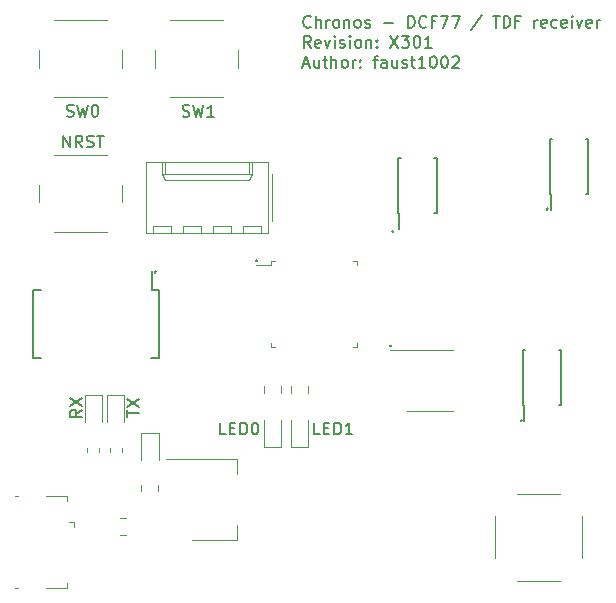
<source format=gbr>
G04 #@! TF.GenerationSoftware,KiCad,Pcbnew,(5.1.5)-3*
G04 #@! TF.CreationDate,2020-05-17T16:05:08+01:00*
G04 #@! TF.ProjectId,Chronos,4368726f-6e6f-4732-9e6b-696361645f70,X301*
G04 #@! TF.SameCoordinates,Original*
G04 #@! TF.FileFunction,Legend,Top*
G04 #@! TF.FilePolarity,Positive*
%FSLAX46Y46*%
G04 Gerber Fmt 4.6, Leading zero omitted, Abs format (unit mm)*
G04 Created by KiCad (PCBNEW (5.1.5)-3) date 2020-05-17 16:05:08*
%MOMM*%
%LPD*%
G04 APERTURE LIST*
%ADD10C,0.200000*%
%ADD11C,0.150000*%
%ADD12C,0.120000*%
G04 APERTURE END LIST*
D10*
X212670000Y-128817142D02*
X212717619Y-128864761D01*
X212670000Y-128912380D01*
X212622380Y-128864761D01*
X212670000Y-128817142D01*
X212670000Y-128912380D01*
X225760000Y-126917142D02*
X225807619Y-126964761D01*
X225760000Y-127012380D01*
X225712380Y-126964761D01*
X225760000Y-126917142D01*
X225760000Y-127012380D01*
X223550000Y-144827142D02*
X223597619Y-144874761D01*
X223550000Y-144922380D01*
X223502380Y-144874761D01*
X223550000Y-144827142D01*
X223550000Y-144922380D01*
X212500000Y-138507142D02*
X212547619Y-138554761D01*
X212500000Y-138602380D01*
X212452380Y-138554761D01*
X212500000Y-138507142D01*
X212500000Y-138602380D01*
X201110000Y-131307142D02*
X201157619Y-131354761D01*
X201110000Y-131402380D01*
X201062380Y-131354761D01*
X201110000Y-131307142D01*
X201110000Y-131402380D01*
X192550000Y-132257142D02*
X192597619Y-132304761D01*
X192550000Y-132352380D01*
X192502380Y-132304761D01*
X192550000Y-132257142D01*
X192550000Y-132352380D01*
X205709523Y-111517142D02*
X205661904Y-111564761D01*
X205519047Y-111612380D01*
X205423809Y-111612380D01*
X205280952Y-111564761D01*
X205185714Y-111469523D01*
X205138095Y-111374285D01*
X205090476Y-111183809D01*
X205090476Y-111040952D01*
X205138095Y-110850476D01*
X205185714Y-110755238D01*
X205280952Y-110660000D01*
X205423809Y-110612380D01*
X205519047Y-110612380D01*
X205661904Y-110660000D01*
X205709523Y-110707619D01*
X206138095Y-111612380D02*
X206138095Y-110612380D01*
X206566666Y-111612380D02*
X206566666Y-111088571D01*
X206519047Y-110993333D01*
X206423809Y-110945714D01*
X206280952Y-110945714D01*
X206185714Y-110993333D01*
X206138095Y-111040952D01*
X207042857Y-111612380D02*
X207042857Y-110945714D01*
X207042857Y-111136190D02*
X207090476Y-111040952D01*
X207138095Y-110993333D01*
X207233333Y-110945714D01*
X207328571Y-110945714D01*
X207804761Y-111612380D02*
X207709523Y-111564761D01*
X207661904Y-111517142D01*
X207614285Y-111421904D01*
X207614285Y-111136190D01*
X207661904Y-111040952D01*
X207709523Y-110993333D01*
X207804761Y-110945714D01*
X207947619Y-110945714D01*
X208042857Y-110993333D01*
X208090476Y-111040952D01*
X208138095Y-111136190D01*
X208138095Y-111421904D01*
X208090476Y-111517142D01*
X208042857Y-111564761D01*
X207947619Y-111612380D01*
X207804761Y-111612380D01*
X208566666Y-110945714D02*
X208566666Y-111612380D01*
X208566666Y-111040952D02*
X208614285Y-110993333D01*
X208709523Y-110945714D01*
X208852380Y-110945714D01*
X208947619Y-110993333D01*
X208995238Y-111088571D01*
X208995238Y-111612380D01*
X209614285Y-111612380D02*
X209519047Y-111564761D01*
X209471428Y-111517142D01*
X209423809Y-111421904D01*
X209423809Y-111136190D01*
X209471428Y-111040952D01*
X209519047Y-110993333D01*
X209614285Y-110945714D01*
X209757142Y-110945714D01*
X209852380Y-110993333D01*
X209900000Y-111040952D01*
X209947619Y-111136190D01*
X209947619Y-111421904D01*
X209900000Y-111517142D01*
X209852380Y-111564761D01*
X209757142Y-111612380D01*
X209614285Y-111612380D01*
X210328571Y-111564761D02*
X210423809Y-111612380D01*
X210614285Y-111612380D01*
X210709523Y-111564761D01*
X210757142Y-111469523D01*
X210757142Y-111421904D01*
X210709523Y-111326666D01*
X210614285Y-111279047D01*
X210471428Y-111279047D01*
X210376190Y-111231428D01*
X210328571Y-111136190D01*
X210328571Y-111088571D01*
X210376190Y-110993333D01*
X210471428Y-110945714D01*
X210614285Y-110945714D01*
X210709523Y-110993333D01*
X211947619Y-111231428D02*
X212709523Y-111231428D01*
X213947619Y-111612380D02*
X213947619Y-110612380D01*
X214185714Y-110612380D01*
X214328571Y-110660000D01*
X214423809Y-110755238D01*
X214471428Y-110850476D01*
X214519047Y-111040952D01*
X214519047Y-111183809D01*
X214471428Y-111374285D01*
X214423809Y-111469523D01*
X214328571Y-111564761D01*
X214185714Y-111612380D01*
X213947619Y-111612380D01*
X215519047Y-111517142D02*
X215471428Y-111564761D01*
X215328571Y-111612380D01*
X215233333Y-111612380D01*
X215090476Y-111564761D01*
X214995238Y-111469523D01*
X214947619Y-111374285D01*
X214900000Y-111183809D01*
X214900000Y-111040952D01*
X214947619Y-110850476D01*
X214995238Y-110755238D01*
X215090476Y-110660000D01*
X215233333Y-110612380D01*
X215328571Y-110612380D01*
X215471428Y-110660000D01*
X215519047Y-110707619D01*
X216280952Y-111088571D02*
X215947619Y-111088571D01*
X215947619Y-111612380D02*
X215947619Y-110612380D01*
X216423809Y-110612380D01*
X216709523Y-110612380D02*
X217376190Y-110612380D01*
X216947619Y-111612380D01*
X217661904Y-110612380D02*
X218328571Y-110612380D01*
X217900000Y-111612380D01*
X220185714Y-110564761D02*
X219328571Y-111850476D01*
X221138095Y-110612380D02*
X221709523Y-110612380D01*
X221423809Y-111612380D02*
X221423809Y-110612380D01*
X222042857Y-111612380D02*
X222042857Y-110612380D01*
X222280952Y-110612380D01*
X222423809Y-110660000D01*
X222519047Y-110755238D01*
X222566666Y-110850476D01*
X222614285Y-111040952D01*
X222614285Y-111183809D01*
X222566666Y-111374285D01*
X222519047Y-111469523D01*
X222423809Y-111564761D01*
X222280952Y-111612380D01*
X222042857Y-111612380D01*
X223376190Y-111088571D02*
X223042857Y-111088571D01*
X223042857Y-111612380D02*
X223042857Y-110612380D01*
X223519047Y-110612380D01*
X224661904Y-111612380D02*
X224661904Y-110945714D01*
X224661904Y-111136190D02*
X224709523Y-111040952D01*
X224757142Y-110993333D01*
X224852380Y-110945714D01*
X224947619Y-110945714D01*
X225661904Y-111564761D02*
X225566666Y-111612380D01*
X225376190Y-111612380D01*
X225280952Y-111564761D01*
X225233333Y-111469523D01*
X225233333Y-111088571D01*
X225280952Y-110993333D01*
X225376190Y-110945714D01*
X225566666Y-110945714D01*
X225661904Y-110993333D01*
X225709523Y-111088571D01*
X225709523Y-111183809D01*
X225233333Y-111279047D01*
X226566666Y-111564761D02*
X226471428Y-111612380D01*
X226280952Y-111612380D01*
X226185714Y-111564761D01*
X226138095Y-111517142D01*
X226090476Y-111421904D01*
X226090476Y-111136190D01*
X226138095Y-111040952D01*
X226185714Y-110993333D01*
X226280952Y-110945714D01*
X226471428Y-110945714D01*
X226566666Y-110993333D01*
X227376190Y-111564761D02*
X227280952Y-111612380D01*
X227090476Y-111612380D01*
X226995238Y-111564761D01*
X226947619Y-111469523D01*
X226947619Y-111088571D01*
X226995238Y-110993333D01*
X227090476Y-110945714D01*
X227280952Y-110945714D01*
X227376190Y-110993333D01*
X227423809Y-111088571D01*
X227423809Y-111183809D01*
X226947619Y-111279047D01*
X227852380Y-111612380D02*
X227852380Y-110945714D01*
X227852380Y-110612380D02*
X227804761Y-110660000D01*
X227852380Y-110707619D01*
X227900000Y-110660000D01*
X227852380Y-110612380D01*
X227852380Y-110707619D01*
X228233333Y-110945714D02*
X228471428Y-111612380D01*
X228709523Y-110945714D01*
X229471428Y-111564761D02*
X229376190Y-111612380D01*
X229185714Y-111612380D01*
X229090476Y-111564761D01*
X229042857Y-111469523D01*
X229042857Y-111088571D01*
X229090476Y-110993333D01*
X229185714Y-110945714D01*
X229376190Y-110945714D01*
X229471428Y-110993333D01*
X229519047Y-111088571D01*
X229519047Y-111183809D01*
X229042857Y-111279047D01*
X229947619Y-111612380D02*
X229947619Y-110945714D01*
X229947619Y-111136190D02*
X229995238Y-111040952D01*
X230042857Y-110993333D01*
X230138095Y-110945714D01*
X230233333Y-110945714D01*
X205709523Y-113312380D02*
X205376190Y-112836190D01*
X205138095Y-113312380D02*
X205138095Y-112312380D01*
X205519047Y-112312380D01*
X205614285Y-112360000D01*
X205661904Y-112407619D01*
X205709523Y-112502857D01*
X205709523Y-112645714D01*
X205661904Y-112740952D01*
X205614285Y-112788571D01*
X205519047Y-112836190D01*
X205138095Y-112836190D01*
X206519047Y-113264761D02*
X206423809Y-113312380D01*
X206233333Y-113312380D01*
X206138095Y-113264761D01*
X206090476Y-113169523D01*
X206090476Y-112788571D01*
X206138095Y-112693333D01*
X206233333Y-112645714D01*
X206423809Y-112645714D01*
X206519047Y-112693333D01*
X206566666Y-112788571D01*
X206566666Y-112883809D01*
X206090476Y-112979047D01*
X206900000Y-112645714D02*
X207138095Y-113312380D01*
X207376190Y-112645714D01*
X207757142Y-113312380D02*
X207757142Y-112645714D01*
X207757142Y-112312380D02*
X207709523Y-112360000D01*
X207757142Y-112407619D01*
X207804761Y-112360000D01*
X207757142Y-112312380D01*
X207757142Y-112407619D01*
X208185714Y-113264761D02*
X208280952Y-113312380D01*
X208471428Y-113312380D01*
X208566666Y-113264761D01*
X208614285Y-113169523D01*
X208614285Y-113121904D01*
X208566666Y-113026666D01*
X208471428Y-112979047D01*
X208328571Y-112979047D01*
X208233333Y-112931428D01*
X208185714Y-112836190D01*
X208185714Y-112788571D01*
X208233333Y-112693333D01*
X208328571Y-112645714D01*
X208471428Y-112645714D01*
X208566666Y-112693333D01*
X209042857Y-113312380D02*
X209042857Y-112645714D01*
X209042857Y-112312380D02*
X208995238Y-112360000D01*
X209042857Y-112407619D01*
X209090476Y-112360000D01*
X209042857Y-112312380D01*
X209042857Y-112407619D01*
X209661904Y-113312380D02*
X209566666Y-113264761D01*
X209519047Y-113217142D01*
X209471428Y-113121904D01*
X209471428Y-112836190D01*
X209519047Y-112740952D01*
X209566666Y-112693333D01*
X209661904Y-112645714D01*
X209804761Y-112645714D01*
X209900000Y-112693333D01*
X209947619Y-112740952D01*
X209995238Y-112836190D01*
X209995238Y-113121904D01*
X209947619Y-113217142D01*
X209900000Y-113264761D01*
X209804761Y-113312380D01*
X209661904Y-113312380D01*
X210423809Y-112645714D02*
X210423809Y-113312380D01*
X210423809Y-112740952D02*
X210471428Y-112693333D01*
X210566666Y-112645714D01*
X210709523Y-112645714D01*
X210804761Y-112693333D01*
X210852380Y-112788571D01*
X210852380Y-113312380D01*
X211328571Y-113217142D02*
X211376190Y-113264761D01*
X211328571Y-113312380D01*
X211280952Y-113264761D01*
X211328571Y-113217142D01*
X211328571Y-113312380D01*
X211328571Y-112693333D02*
X211376190Y-112740952D01*
X211328571Y-112788571D01*
X211280952Y-112740952D01*
X211328571Y-112693333D01*
X211328571Y-112788571D01*
X212471428Y-112312380D02*
X213138095Y-113312380D01*
X213138095Y-112312380D02*
X212471428Y-113312380D01*
X213423809Y-112312380D02*
X214042857Y-112312380D01*
X213709523Y-112693333D01*
X213852380Y-112693333D01*
X213947619Y-112740952D01*
X213995238Y-112788571D01*
X214042857Y-112883809D01*
X214042857Y-113121904D01*
X213995238Y-113217142D01*
X213947619Y-113264761D01*
X213852380Y-113312380D01*
X213566666Y-113312380D01*
X213471428Y-113264761D01*
X213423809Y-113217142D01*
X214661904Y-112312380D02*
X214757142Y-112312380D01*
X214852380Y-112360000D01*
X214900000Y-112407619D01*
X214947619Y-112502857D01*
X214995238Y-112693333D01*
X214995238Y-112931428D01*
X214947619Y-113121904D01*
X214900000Y-113217142D01*
X214852380Y-113264761D01*
X214757142Y-113312380D01*
X214661904Y-113312380D01*
X214566666Y-113264761D01*
X214519047Y-113217142D01*
X214471428Y-113121904D01*
X214423809Y-112931428D01*
X214423809Y-112693333D01*
X214471428Y-112502857D01*
X214519047Y-112407619D01*
X214566666Y-112360000D01*
X214661904Y-112312380D01*
X215947619Y-113312380D02*
X215376190Y-113312380D01*
X215661904Y-113312380D02*
X215661904Y-112312380D01*
X215566666Y-112455238D01*
X215471428Y-112550476D01*
X215376190Y-112598095D01*
X205090476Y-114726666D02*
X205566666Y-114726666D01*
X204995238Y-115012380D02*
X205328571Y-114012380D01*
X205661904Y-115012380D01*
X206423809Y-114345714D02*
X206423809Y-115012380D01*
X205995238Y-114345714D02*
X205995238Y-114869523D01*
X206042857Y-114964761D01*
X206138095Y-115012380D01*
X206280952Y-115012380D01*
X206376190Y-114964761D01*
X206423809Y-114917142D01*
X206757142Y-114345714D02*
X207138095Y-114345714D01*
X206900000Y-114012380D02*
X206900000Y-114869523D01*
X206947619Y-114964761D01*
X207042857Y-115012380D01*
X207138095Y-115012380D01*
X207471428Y-115012380D02*
X207471428Y-114012380D01*
X207900000Y-115012380D02*
X207900000Y-114488571D01*
X207852380Y-114393333D01*
X207757142Y-114345714D01*
X207614285Y-114345714D01*
X207519047Y-114393333D01*
X207471428Y-114440952D01*
X208519047Y-115012380D02*
X208423809Y-114964761D01*
X208376190Y-114917142D01*
X208328571Y-114821904D01*
X208328571Y-114536190D01*
X208376190Y-114440952D01*
X208423809Y-114393333D01*
X208519047Y-114345714D01*
X208661904Y-114345714D01*
X208757142Y-114393333D01*
X208804761Y-114440952D01*
X208852380Y-114536190D01*
X208852380Y-114821904D01*
X208804761Y-114917142D01*
X208757142Y-114964761D01*
X208661904Y-115012380D01*
X208519047Y-115012380D01*
X209280952Y-115012380D02*
X209280952Y-114345714D01*
X209280952Y-114536190D02*
X209328571Y-114440952D01*
X209376190Y-114393333D01*
X209471428Y-114345714D01*
X209566666Y-114345714D01*
X209900000Y-114917142D02*
X209947619Y-114964761D01*
X209900000Y-115012380D01*
X209852380Y-114964761D01*
X209900000Y-114917142D01*
X209900000Y-115012380D01*
X209900000Y-114393333D02*
X209947619Y-114440952D01*
X209900000Y-114488571D01*
X209852380Y-114440952D01*
X209900000Y-114393333D01*
X209900000Y-114488571D01*
X210995238Y-114345714D02*
X211376190Y-114345714D01*
X211138095Y-115012380D02*
X211138095Y-114155238D01*
X211185714Y-114060000D01*
X211280952Y-114012380D01*
X211376190Y-114012380D01*
X212138095Y-115012380D02*
X212138095Y-114488571D01*
X212090476Y-114393333D01*
X211995238Y-114345714D01*
X211804761Y-114345714D01*
X211709523Y-114393333D01*
X212138095Y-114964761D02*
X212042857Y-115012380D01*
X211804761Y-115012380D01*
X211709523Y-114964761D01*
X211661904Y-114869523D01*
X211661904Y-114774285D01*
X211709523Y-114679047D01*
X211804761Y-114631428D01*
X212042857Y-114631428D01*
X212138095Y-114583809D01*
X213042857Y-114345714D02*
X213042857Y-115012380D01*
X212614285Y-114345714D02*
X212614285Y-114869523D01*
X212661904Y-114964761D01*
X212757142Y-115012380D01*
X212900000Y-115012380D01*
X212995238Y-114964761D01*
X213042857Y-114917142D01*
X213471428Y-114964761D02*
X213566666Y-115012380D01*
X213757142Y-115012380D01*
X213852380Y-114964761D01*
X213900000Y-114869523D01*
X213900000Y-114821904D01*
X213852380Y-114726666D01*
X213757142Y-114679047D01*
X213614285Y-114679047D01*
X213519047Y-114631428D01*
X213471428Y-114536190D01*
X213471428Y-114488571D01*
X213519047Y-114393333D01*
X213614285Y-114345714D01*
X213757142Y-114345714D01*
X213852380Y-114393333D01*
X214185714Y-114345714D02*
X214566666Y-114345714D01*
X214328571Y-114012380D02*
X214328571Y-114869523D01*
X214376190Y-114964761D01*
X214471428Y-115012380D01*
X214566666Y-115012380D01*
X215423809Y-115012380D02*
X214852380Y-115012380D01*
X215138095Y-115012380D02*
X215138095Y-114012380D01*
X215042857Y-114155238D01*
X214947619Y-114250476D01*
X214852380Y-114298095D01*
X216042857Y-114012380D02*
X216138095Y-114012380D01*
X216233333Y-114060000D01*
X216280952Y-114107619D01*
X216328571Y-114202857D01*
X216376190Y-114393333D01*
X216376190Y-114631428D01*
X216328571Y-114821904D01*
X216280952Y-114917142D01*
X216233333Y-114964761D01*
X216138095Y-115012380D01*
X216042857Y-115012380D01*
X215947619Y-114964761D01*
X215900000Y-114917142D01*
X215852380Y-114821904D01*
X215804761Y-114631428D01*
X215804761Y-114393333D01*
X215852380Y-114202857D01*
X215900000Y-114107619D01*
X215947619Y-114060000D01*
X216042857Y-114012380D01*
X216995238Y-114012380D02*
X217090476Y-114012380D01*
X217185714Y-114060000D01*
X217233333Y-114107619D01*
X217280952Y-114202857D01*
X217328571Y-114393333D01*
X217328571Y-114631428D01*
X217280952Y-114821904D01*
X217233333Y-114917142D01*
X217185714Y-114964761D01*
X217090476Y-115012380D01*
X216995238Y-115012380D01*
X216900000Y-114964761D01*
X216852380Y-114917142D01*
X216804761Y-114821904D01*
X216757142Y-114631428D01*
X216757142Y-114393333D01*
X216804761Y-114202857D01*
X216852380Y-114107619D01*
X216900000Y-114060000D01*
X216995238Y-114012380D01*
X217709523Y-114107619D02*
X217757142Y-114060000D01*
X217852380Y-114012380D01*
X218090476Y-114012380D01*
X218185714Y-114060000D01*
X218233333Y-114107619D01*
X218280952Y-114202857D01*
X218280952Y-114298095D01*
X218233333Y-114440952D01*
X217661904Y-115012380D01*
X218280952Y-115012380D01*
X198530952Y-146052380D02*
X198054761Y-146052380D01*
X198054761Y-145052380D01*
X198864285Y-145528571D02*
X199197619Y-145528571D01*
X199340476Y-146052380D02*
X198864285Y-146052380D01*
X198864285Y-145052380D01*
X199340476Y-145052380D01*
X199769047Y-146052380D02*
X199769047Y-145052380D01*
X200007142Y-145052380D01*
X200150000Y-145100000D01*
X200245238Y-145195238D01*
X200292857Y-145290476D01*
X200340476Y-145480952D01*
X200340476Y-145623809D01*
X200292857Y-145814285D01*
X200245238Y-145909523D01*
X200150000Y-146004761D01*
X200007142Y-146052380D01*
X199769047Y-146052380D01*
X200959523Y-145052380D02*
X201054761Y-145052380D01*
X201150000Y-145100000D01*
X201197619Y-145147619D01*
X201245238Y-145242857D01*
X201292857Y-145433333D01*
X201292857Y-145671428D01*
X201245238Y-145861904D01*
X201197619Y-145957142D01*
X201150000Y-146004761D01*
X201054761Y-146052380D01*
X200959523Y-146052380D01*
X200864285Y-146004761D01*
X200816666Y-145957142D01*
X200769047Y-145861904D01*
X200721428Y-145671428D01*
X200721428Y-145433333D01*
X200769047Y-145242857D01*
X200816666Y-145147619D01*
X200864285Y-145100000D01*
X200959523Y-145052380D01*
X206480952Y-146052380D02*
X206004761Y-146052380D01*
X206004761Y-145052380D01*
X206814285Y-145528571D02*
X207147619Y-145528571D01*
X207290476Y-146052380D02*
X206814285Y-146052380D01*
X206814285Y-145052380D01*
X207290476Y-145052380D01*
X207719047Y-146052380D02*
X207719047Y-145052380D01*
X207957142Y-145052380D01*
X208100000Y-145100000D01*
X208195238Y-145195238D01*
X208242857Y-145290476D01*
X208290476Y-145480952D01*
X208290476Y-145623809D01*
X208242857Y-145814285D01*
X208195238Y-145909523D01*
X208100000Y-146004761D01*
X207957142Y-146052380D01*
X207719047Y-146052380D01*
X209242857Y-146052380D02*
X208671428Y-146052380D01*
X208957142Y-146052380D02*
X208957142Y-145052380D01*
X208861904Y-145195238D01*
X208766666Y-145290476D01*
X208671428Y-145338095D01*
X194866666Y-119104761D02*
X195009523Y-119152380D01*
X195247619Y-119152380D01*
X195342857Y-119104761D01*
X195390476Y-119057142D01*
X195438095Y-118961904D01*
X195438095Y-118866666D01*
X195390476Y-118771428D01*
X195342857Y-118723809D01*
X195247619Y-118676190D01*
X195057142Y-118628571D01*
X194961904Y-118580952D01*
X194914285Y-118533333D01*
X194866666Y-118438095D01*
X194866666Y-118342857D01*
X194914285Y-118247619D01*
X194961904Y-118200000D01*
X195057142Y-118152380D01*
X195295238Y-118152380D01*
X195438095Y-118200000D01*
X195771428Y-118152380D02*
X196009523Y-119152380D01*
X196200000Y-118438095D01*
X196390476Y-119152380D01*
X196628571Y-118152380D01*
X197533333Y-119152380D02*
X196961904Y-119152380D01*
X197247619Y-119152380D02*
X197247619Y-118152380D01*
X197152380Y-118295238D01*
X197057142Y-118390476D01*
X196961904Y-118438095D01*
X185066666Y-119104761D02*
X185209523Y-119152380D01*
X185447619Y-119152380D01*
X185542857Y-119104761D01*
X185590476Y-119057142D01*
X185638095Y-118961904D01*
X185638095Y-118866666D01*
X185590476Y-118771428D01*
X185542857Y-118723809D01*
X185447619Y-118676190D01*
X185257142Y-118628571D01*
X185161904Y-118580952D01*
X185114285Y-118533333D01*
X185066666Y-118438095D01*
X185066666Y-118342857D01*
X185114285Y-118247619D01*
X185161904Y-118200000D01*
X185257142Y-118152380D01*
X185495238Y-118152380D01*
X185638095Y-118200000D01*
X185971428Y-118152380D02*
X186209523Y-119152380D01*
X186400000Y-118438095D01*
X186590476Y-119152380D01*
X186828571Y-118152380D01*
X187400000Y-118152380D02*
X187495238Y-118152380D01*
X187590476Y-118200000D01*
X187638095Y-118247619D01*
X187685714Y-118342857D01*
X187733333Y-118533333D01*
X187733333Y-118771428D01*
X187685714Y-118961904D01*
X187638095Y-119057142D01*
X187590476Y-119104761D01*
X187495238Y-119152380D01*
X187400000Y-119152380D01*
X187304761Y-119104761D01*
X187257142Y-119057142D01*
X187209523Y-118961904D01*
X187161904Y-118771428D01*
X187161904Y-118533333D01*
X187209523Y-118342857D01*
X187257142Y-118247619D01*
X187304761Y-118200000D01*
X187400000Y-118152380D01*
X184757142Y-121752380D02*
X184757142Y-120752380D01*
X185328571Y-121752380D01*
X185328571Y-120752380D01*
X186376190Y-121752380D02*
X186042857Y-121276190D01*
X185804761Y-121752380D02*
X185804761Y-120752380D01*
X186185714Y-120752380D01*
X186280952Y-120800000D01*
X186328571Y-120847619D01*
X186376190Y-120942857D01*
X186376190Y-121085714D01*
X186328571Y-121180952D01*
X186280952Y-121228571D01*
X186185714Y-121276190D01*
X185804761Y-121276190D01*
X186757142Y-121704761D02*
X186900000Y-121752380D01*
X187138095Y-121752380D01*
X187233333Y-121704761D01*
X187280952Y-121657142D01*
X187328571Y-121561904D01*
X187328571Y-121466666D01*
X187280952Y-121371428D01*
X187233333Y-121323809D01*
X187138095Y-121276190D01*
X186947619Y-121228571D01*
X186852380Y-121180952D01*
X186804761Y-121133333D01*
X186757142Y-121038095D01*
X186757142Y-120942857D01*
X186804761Y-120847619D01*
X186852380Y-120800000D01*
X186947619Y-120752380D01*
X187185714Y-120752380D01*
X187328571Y-120800000D01*
X187614285Y-120752380D02*
X188185714Y-120752380D01*
X187900000Y-121752380D02*
X187900000Y-120752380D01*
X186352380Y-143966666D02*
X185876190Y-144300000D01*
X186352380Y-144538095D02*
X185352380Y-144538095D01*
X185352380Y-144157142D01*
X185400000Y-144061904D01*
X185447619Y-144014285D01*
X185542857Y-143966666D01*
X185685714Y-143966666D01*
X185780952Y-144014285D01*
X185828571Y-144061904D01*
X185876190Y-144157142D01*
X185876190Y-144538095D01*
X185352380Y-143633333D02*
X186352380Y-142966666D01*
X185352380Y-142966666D02*
X186352380Y-143633333D01*
X190152380Y-144561904D02*
X190152380Y-143990476D01*
X191152380Y-144276190D02*
X190152380Y-144276190D01*
X190152380Y-143752380D02*
X191152380Y-143085714D01*
X190152380Y-143085714D02*
X191152380Y-143752380D01*
D11*
X213225000Y-127325000D02*
X213225000Y-128675000D01*
X216375000Y-127325000D02*
X216375000Y-122675000D01*
X213125000Y-127325000D02*
X213125000Y-122675000D01*
X216375000Y-127325000D02*
X216175000Y-127325000D01*
X216375000Y-122675000D02*
X216175000Y-122675000D01*
X213125000Y-122675000D02*
X213325000Y-122675000D01*
X213125000Y-127325000D02*
X213225000Y-127325000D01*
X226050000Y-125725000D02*
X226050000Y-127075000D01*
X229200000Y-125725000D02*
X229200000Y-121075000D01*
X225950000Y-125725000D02*
X225950000Y-121075000D01*
X229200000Y-125725000D02*
X229000000Y-125725000D01*
X229200000Y-121075000D02*
X229000000Y-121075000D01*
X225950000Y-121075000D02*
X226150000Y-121075000D01*
X225950000Y-125725000D02*
X226050000Y-125725000D01*
D12*
X215850000Y-138940000D02*
X212400000Y-138940000D01*
X215850000Y-138940000D02*
X217800000Y-138940000D01*
X215850000Y-144060000D02*
X213900000Y-144060000D01*
X215850000Y-144060000D02*
X217800000Y-144060000D01*
D11*
X223800000Y-143575000D02*
X223800000Y-144925000D01*
X226950000Y-143575000D02*
X226950000Y-138925000D01*
X223700000Y-143575000D02*
X223700000Y-138925000D01*
X226950000Y-143575000D02*
X226750000Y-143575000D01*
X226950000Y-138925000D02*
X226750000Y-138925000D01*
X223700000Y-138925000D02*
X223900000Y-138925000D01*
X223700000Y-143575000D02*
X223800000Y-143575000D01*
X192275000Y-133800000D02*
X192275000Y-132200000D01*
X182200000Y-133800000D02*
X182200000Y-139550000D01*
X192850000Y-133800000D02*
X192850000Y-139550000D01*
X182200000Y-133800000D02*
X182850000Y-133800000D01*
X182200000Y-139550000D02*
X182850000Y-139550000D01*
X192850000Y-139550000D02*
X192200000Y-139550000D01*
X192850000Y-133800000D02*
X192275000Y-133800000D01*
D12*
X193425000Y-148140000D02*
X199435000Y-148140000D01*
X195675000Y-154960000D02*
X199435000Y-154960000D01*
X199435000Y-148140000D02*
X199435000Y-149400000D01*
X199435000Y-154960000D02*
X199435000Y-153700000D01*
X202390000Y-131690000D02*
X201075000Y-131690000D01*
X202390000Y-131390000D02*
X202390000Y-131690000D01*
X202690000Y-131390000D02*
X202390000Y-131390000D01*
X209610000Y-131390000D02*
X209610000Y-131690000D01*
X209310000Y-131390000D02*
X209610000Y-131390000D01*
X202390000Y-138610000D02*
X202390000Y-138310000D01*
X202690000Y-138610000D02*
X202390000Y-138610000D01*
X209610000Y-138610000D02*
X209610000Y-138310000D01*
X209310000Y-138610000D02*
X209610000Y-138610000D01*
X199550000Y-115000000D02*
X199550000Y-113500000D01*
X198300000Y-111000000D02*
X193800000Y-111000000D01*
X192550000Y-113500000D02*
X192550000Y-115000000D01*
X193800000Y-117500000D02*
X198300000Y-117500000D01*
X189750000Y-115000000D02*
X189750000Y-113500000D01*
X188500000Y-111000000D02*
X184000000Y-111000000D01*
X182750000Y-113500000D02*
X182750000Y-115000000D01*
X184000000Y-117500000D02*
X188500000Y-117500000D01*
X189750000Y-126400000D02*
X189750000Y-124900000D01*
X188500000Y-122400000D02*
X184000000Y-122400000D01*
X182750000Y-124900000D02*
X182750000Y-126400000D01*
X184000000Y-128900000D02*
X188500000Y-128900000D01*
X204040000Y-141991422D02*
X204040000Y-142508578D01*
X205460000Y-141991422D02*
X205460000Y-142508578D01*
X201790000Y-141991422D02*
X201790000Y-142508578D01*
X203210000Y-141991422D02*
X203210000Y-142508578D01*
X186790000Y-147550279D02*
X186790000Y-147224721D01*
X187810000Y-147550279D02*
X187810000Y-147224721D01*
X189710000Y-147550279D02*
X189710000Y-147224721D01*
X188690000Y-147550279D02*
X188690000Y-147224721D01*
X192810000Y-150871078D02*
X192810000Y-150353922D01*
X191390000Y-150871078D02*
X191390000Y-150353922D01*
X223200000Y-151070000D02*
X226800000Y-151070000D01*
X223200000Y-158430000D02*
X226800000Y-158430000D01*
X228680000Y-152950000D02*
X228680000Y-156550000D01*
X221320000Y-152950000D02*
X221320000Y-156550000D01*
X192330000Y-128430000D02*
X192330000Y-129030000D01*
X193930000Y-128430000D02*
X192330000Y-128430000D01*
X193930000Y-129030000D02*
X193930000Y-128430000D01*
X194870000Y-128430000D02*
X194870000Y-129030000D01*
X196470000Y-128430000D02*
X194870000Y-128430000D01*
X196470000Y-129030000D02*
X196470000Y-128430000D01*
X197410000Y-128430000D02*
X197410000Y-129030000D01*
X199010000Y-128430000D02*
X197410000Y-128430000D01*
X199010000Y-129030000D02*
X199010000Y-128430000D01*
X199950000Y-128430000D02*
X199950000Y-129030000D01*
X201550000Y-128430000D02*
X199950000Y-128430000D01*
X201550000Y-129030000D02*
X201550000Y-128430000D01*
X193380000Y-123010000D02*
X193380000Y-124010000D01*
X200500000Y-123010000D02*
X200500000Y-124010000D01*
X193380000Y-124540000D02*
X193130000Y-124010000D01*
X200500000Y-124540000D02*
X193380000Y-124540000D01*
X200750000Y-124010000D02*
X200500000Y-124540000D01*
X193130000Y-124010000D02*
X193130000Y-123010000D01*
X200750000Y-124010000D02*
X193130000Y-124010000D01*
X200750000Y-123010000D02*
X200750000Y-124010000D01*
X202420000Y-128000000D02*
X202420000Y-124000000D01*
X191750000Y-129030000D02*
X202130000Y-129030000D01*
X191750000Y-123010000D02*
X191750000Y-129030000D01*
X202130000Y-123010000D02*
X191750000Y-123010000D01*
X202130000Y-129030000D02*
X202130000Y-123010000D01*
X185662500Y-153450000D02*
X185212500Y-153450000D01*
X185662500Y-153450000D02*
X185662500Y-153900000D01*
X185112500Y-159050000D02*
X185112500Y-158600000D01*
X183262500Y-159050000D02*
X185112500Y-159050000D01*
X180712500Y-151250000D02*
X180962500Y-151250000D01*
X180712500Y-159050000D02*
X180962500Y-159050000D01*
X183262500Y-151250000D02*
X185112500Y-151250000D01*
X185112500Y-151250000D02*
X185112500Y-151700000D01*
X190058578Y-153140000D02*
X189541422Y-153140000D01*
X190058578Y-154560000D02*
X189541422Y-154560000D01*
X205485000Y-147085000D02*
X205485000Y-144800000D01*
X204015000Y-147085000D02*
X205485000Y-147085000D01*
X204015000Y-144800000D02*
X204015000Y-147085000D01*
X203235000Y-147085000D02*
X203235000Y-144800000D01*
X201765000Y-147085000D02*
X203235000Y-147085000D01*
X201765000Y-144800000D02*
X201765000Y-147085000D01*
X186565000Y-142702500D02*
X186565000Y-144987500D01*
X188035000Y-142702500D02*
X186565000Y-142702500D01*
X188035000Y-144987500D02*
X188035000Y-142702500D01*
X188465000Y-142702500D02*
X188465000Y-144987500D01*
X189935000Y-142702500D02*
X188465000Y-142702500D01*
X189935000Y-144987500D02*
X189935000Y-142702500D01*
X191365000Y-145915000D02*
X191365000Y-148200000D01*
X192835000Y-145915000D02*
X191365000Y-145915000D01*
X192835000Y-148200000D02*
X192835000Y-145915000D01*
M02*

</source>
